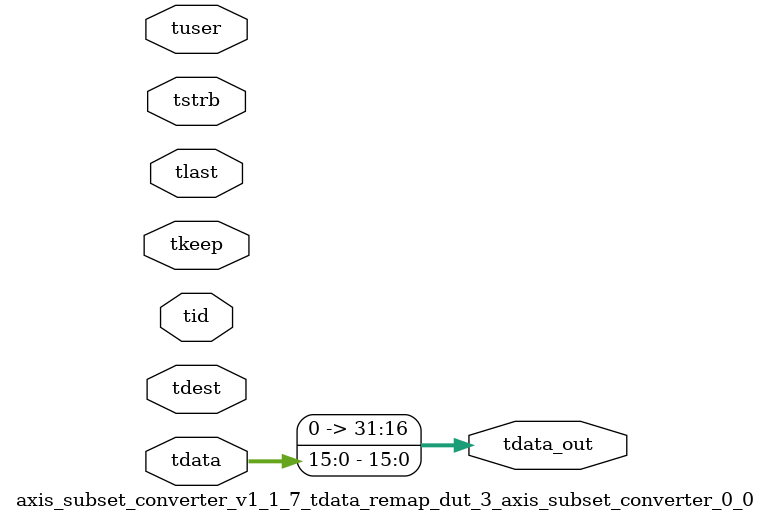
<source format=v>


`timescale 1ps/1ps

module axis_subset_converter_v1_1_7_tdata_remap_dut_3_axis_subset_converter_0_0 #
(
parameter C_S_AXIS_TDATA_WIDTH = 32,
parameter C_S_AXIS_TUSER_WIDTH = 0,
parameter C_S_AXIS_TID_WIDTH   = 0,
parameter C_S_AXIS_TDEST_WIDTH = 0,
parameter C_M_AXIS_TDATA_WIDTH = 32
)
(
input  [(C_S_AXIS_TDATA_WIDTH == 0 ? 1 : C_S_AXIS_TDATA_WIDTH)-1:0     ] tdata,
input  [(C_S_AXIS_TUSER_WIDTH == 0 ? 1 : C_S_AXIS_TUSER_WIDTH)-1:0     ] tuser,
input  [(C_S_AXIS_TID_WIDTH   == 0 ? 1 : C_S_AXIS_TID_WIDTH)-1:0       ] tid,
input  [(C_S_AXIS_TDEST_WIDTH == 0 ? 1 : C_S_AXIS_TDEST_WIDTH)-1:0     ] tdest,
input  [(C_S_AXIS_TDATA_WIDTH/8)-1:0 ] tkeep,
input  [(C_S_AXIS_TDATA_WIDTH/8)-1:0 ] tstrb,
input                                                                    tlast,
output [C_M_AXIS_TDATA_WIDTH-1:0] tdata_out
);

assign tdata_out = {tdata[15:0]};

endmodule


</source>
